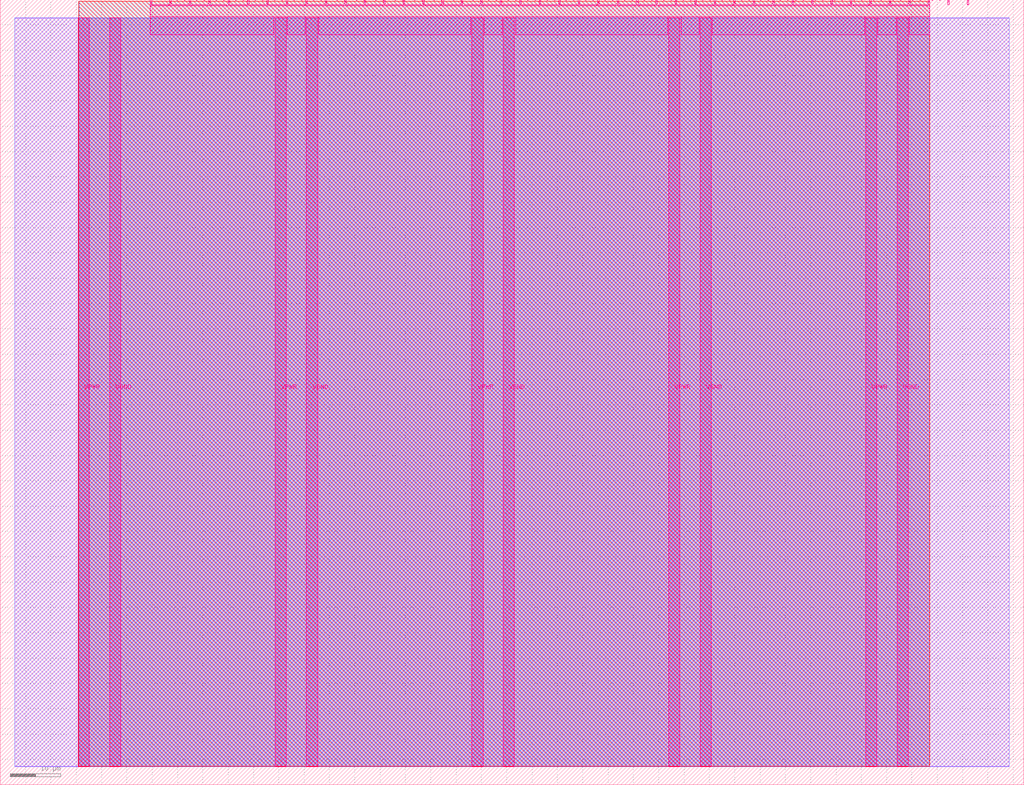
<source format=lef>
VERSION 5.7 ;
  NOWIREEXTENSIONATPIN ON ;
  DIVIDERCHAR "/" ;
  BUSBITCHARS "[]" ;
MACRO tt_um_wokwi_434917990496885761
  CLASS BLOCK ;
  FOREIGN tt_um_wokwi_434917990496885761 ;
  ORIGIN 0.000 0.000 ;
  SIZE 202.080 BY 154.980 ;
  PIN VGND
    DIRECTION INOUT ;
    USE GROUND ;
    PORT
      LAYER Metal5 ;
        RECT 21.580 3.560 23.780 151.420 ;
    END
    PORT
      LAYER Metal5 ;
        RECT 60.450 3.560 62.650 151.420 ;
    END
    PORT
      LAYER Metal5 ;
        RECT 99.320 3.560 101.520 151.420 ;
    END
    PORT
      LAYER Metal5 ;
        RECT 138.190 3.560 140.390 151.420 ;
    END
    PORT
      LAYER Metal5 ;
        RECT 177.060 3.560 179.260 151.420 ;
    END
  END VGND
  PIN VPWR
    DIRECTION INOUT ;
    USE POWER ;
    PORT
      LAYER Metal5 ;
        RECT 15.380 3.560 17.580 151.420 ;
    END
    PORT
      LAYER Metal5 ;
        RECT 54.250 3.560 56.450 151.420 ;
    END
    PORT
      LAYER Metal5 ;
        RECT 93.120 3.560 95.320 151.420 ;
    END
    PORT
      LAYER Metal5 ;
        RECT 131.990 3.560 134.190 151.420 ;
    END
    PORT
      LAYER Metal5 ;
        RECT 170.860 3.560 173.060 151.420 ;
    END
  END VPWR
  PIN clk
    DIRECTION INPUT ;
    USE SIGNAL ;
    PORT
      LAYER Metal5 ;
        RECT 187.050 153.980 187.350 154.980 ;
    END
  END clk
  PIN ena
    DIRECTION INPUT ;
    USE SIGNAL ;
    PORT
      LAYER Metal5 ;
        RECT 190.890 153.980 191.190 154.980 ;
    END
  END ena
  PIN rst_n
    DIRECTION INPUT ;
    USE SIGNAL ;
    ANTENNAGATEAREA 0.361400 ;
    PORT
      LAYER Metal5 ;
        RECT 183.210 153.980 183.510 154.980 ;
    END
  END rst_n
  PIN ui_in[0]
    DIRECTION INPUT ;
    USE SIGNAL ;
    PORT
      LAYER Metal5 ;
        RECT 179.370 153.980 179.670 154.980 ;
    END
  END ui_in[0]
  PIN ui_in[1]
    DIRECTION INPUT ;
    USE SIGNAL ;
    PORT
      LAYER Metal5 ;
        RECT 175.530 153.980 175.830 154.980 ;
    END
  END ui_in[1]
  PIN ui_in[2]
    DIRECTION INPUT ;
    USE SIGNAL ;
    PORT
      LAYER Metal5 ;
        RECT 171.690 153.980 171.990 154.980 ;
    END
  END ui_in[2]
  PIN ui_in[3]
    DIRECTION INPUT ;
    USE SIGNAL ;
    PORT
      LAYER Metal5 ;
        RECT 167.850 153.980 168.150 154.980 ;
    END
  END ui_in[3]
  PIN ui_in[4]
    DIRECTION INPUT ;
    USE SIGNAL ;
    ANTENNAGATEAREA 0.180700 ;
    PORT
      LAYER Metal5 ;
        RECT 164.010 153.980 164.310 154.980 ;
    END
  END ui_in[4]
  PIN ui_in[5]
    DIRECTION INPUT ;
    USE SIGNAL ;
    ANTENNAGATEAREA 0.180700 ;
    PORT
      LAYER Metal5 ;
        RECT 160.170 153.980 160.470 154.980 ;
    END
  END ui_in[5]
  PIN ui_in[6]
    DIRECTION INPUT ;
    USE SIGNAL ;
    ANTENNAGATEAREA 0.180700 ;
    PORT
      LAYER Metal5 ;
        RECT 156.330 153.980 156.630 154.980 ;
    END
  END ui_in[6]
  PIN ui_in[7]
    DIRECTION INPUT ;
    USE SIGNAL ;
    PORT
      LAYER Metal5 ;
        RECT 152.490 153.980 152.790 154.980 ;
    END
  END ui_in[7]
  PIN uio_in[0]
    DIRECTION INPUT ;
    USE SIGNAL ;
    PORT
      LAYER Metal5 ;
        RECT 148.650 153.980 148.950 154.980 ;
    END
  END uio_in[0]
  PIN uio_in[1]
    DIRECTION INPUT ;
    USE SIGNAL ;
    PORT
      LAYER Metal5 ;
        RECT 144.810 153.980 145.110 154.980 ;
    END
  END uio_in[1]
  PIN uio_in[2]
    DIRECTION INPUT ;
    USE SIGNAL ;
    PORT
      LAYER Metal5 ;
        RECT 140.970 153.980 141.270 154.980 ;
    END
  END uio_in[2]
  PIN uio_in[3]
    DIRECTION INPUT ;
    USE SIGNAL ;
    PORT
      LAYER Metal5 ;
        RECT 137.130 153.980 137.430 154.980 ;
    END
  END uio_in[3]
  PIN uio_in[4]
    DIRECTION INPUT ;
    USE SIGNAL ;
    PORT
      LAYER Metal5 ;
        RECT 133.290 153.980 133.590 154.980 ;
    END
  END uio_in[4]
  PIN uio_in[5]
    DIRECTION INPUT ;
    USE SIGNAL ;
    PORT
      LAYER Metal5 ;
        RECT 129.450 153.980 129.750 154.980 ;
    END
  END uio_in[5]
  PIN uio_in[6]
    DIRECTION INPUT ;
    USE SIGNAL ;
    PORT
      LAYER Metal5 ;
        RECT 125.610 153.980 125.910 154.980 ;
    END
  END uio_in[6]
  PIN uio_in[7]
    DIRECTION INPUT ;
    USE SIGNAL ;
    PORT
      LAYER Metal5 ;
        RECT 121.770 153.980 122.070 154.980 ;
    END
  END uio_in[7]
  PIN uio_oe[0]
    DIRECTION OUTPUT ;
    USE SIGNAL ;
    ANTENNADIFFAREA 0.299200 ;
    PORT
      LAYER Metal5 ;
        RECT 56.490 153.980 56.790 154.980 ;
    END
  END uio_oe[0]
  PIN uio_oe[1]
    DIRECTION OUTPUT ;
    USE SIGNAL ;
    ANTENNADIFFAREA 0.299200 ;
    PORT
      LAYER Metal5 ;
        RECT 52.650 153.980 52.950 154.980 ;
    END
  END uio_oe[1]
  PIN uio_oe[2]
    DIRECTION OUTPUT ;
    USE SIGNAL ;
    ANTENNADIFFAREA 0.299200 ;
    PORT
      LAYER Metal5 ;
        RECT 48.810 153.980 49.110 154.980 ;
    END
  END uio_oe[2]
  PIN uio_oe[3]
    DIRECTION OUTPUT ;
    USE SIGNAL ;
    ANTENNADIFFAREA 0.299200 ;
    PORT
      LAYER Metal5 ;
        RECT 44.970 153.980 45.270 154.980 ;
    END
  END uio_oe[3]
  PIN uio_oe[4]
    DIRECTION OUTPUT ;
    USE SIGNAL ;
    ANTENNADIFFAREA 0.299200 ;
    PORT
      LAYER Metal5 ;
        RECT 41.130 153.980 41.430 154.980 ;
    END
  END uio_oe[4]
  PIN uio_oe[5]
    DIRECTION OUTPUT ;
    USE SIGNAL ;
    ANTENNADIFFAREA 0.299200 ;
    PORT
      LAYER Metal5 ;
        RECT 37.290 153.980 37.590 154.980 ;
    END
  END uio_oe[5]
  PIN uio_oe[6]
    DIRECTION OUTPUT ;
    USE SIGNAL ;
    ANTENNADIFFAREA 0.299200 ;
    PORT
      LAYER Metal5 ;
        RECT 33.450 153.980 33.750 154.980 ;
    END
  END uio_oe[6]
  PIN uio_oe[7]
    DIRECTION OUTPUT ;
    USE SIGNAL ;
    ANTENNADIFFAREA 0.299200 ;
    PORT
      LAYER Metal5 ;
        RECT 29.610 153.980 29.910 154.980 ;
    END
  END uio_oe[7]
  PIN uio_out[0]
    DIRECTION OUTPUT ;
    USE SIGNAL ;
    ANTENNADIFFAREA 0.299200 ;
    PORT
      LAYER Metal5 ;
        RECT 87.210 153.980 87.510 154.980 ;
    END
  END uio_out[0]
  PIN uio_out[1]
    DIRECTION OUTPUT ;
    USE SIGNAL ;
    ANTENNADIFFAREA 0.299200 ;
    PORT
      LAYER Metal5 ;
        RECT 83.370 153.980 83.670 154.980 ;
    END
  END uio_out[1]
  PIN uio_out[2]
    DIRECTION OUTPUT ;
    USE SIGNAL ;
    ANTENNADIFFAREA 0.299200 ;
    PORT
      LAYER Metal5 ;
        RECT 79.530 153.980 79.830 154.980 ;
    END
  END uio_out[2]
  PIN uio_out[3]
    DIRECTION OUTPUT ;
    USE SIGNAL ;
    ANTENNADIFFAREA 0.299200 ;
    PORT
      LAYER Metal5 ;
        RECT 75.690 153.980 75.990 154.980 ;
    END
  END uio_out[3]
  PIN uio_out[4]
    DIRECTION OUTPUT ;
    USE SIGNAL ;
    ANTENNADIFFAREA 0.299200 ;
    PORT
      LAYER Metal5 ;
        RECT 71.850 153.980 72.150 154.980 ;
    END
  END uio_out[4]
  PIN uio_out[5]
    DIRECTION OUTPUT ;
    USE SIGNAL ;
    ANTENNADIFFAREA 0.299200 ;
    PORT
      LAYER Metal5 ;
        RECT 68.010 153.980 68.310 154.980 ;
    END
  END uio_out[5]
  PIN uio_out[6]
    DIRECTION OUTPUT ;
    USE SIGNAL ;
    ANTENNADIFFAREA 0.299200 ;
    PORT
      LAYER Metal5 ;
        RECT 64.170 153.980 64.470 154.980 ;
    END
  END uio_out[6]
  PIN uio_out[7]
    DIRECTION OUTPUT ;
    USE SIGNAL ;
    ANTENNADIFFAREA 0.299200 ;
    PORT
      LAYER Metal5 ;
        RECT 60.330 153.980 60.630 154.980 ;
    END
  END uio_out[7]
  PIN uo_out[0]
    DIRECTION OUTPUT ;
    USE SIGNAL ;
    ANTENNADIFFAREA 0.299200 ;
    PORT
      LAYER Metal5 ;
        RECT 117.930 153.980 118.230 154.980 ;
    END
  END uo_out[0]
  PIN uo_out[1]
    DIRECTION OUTPUT ;
    USE SIGNAL ;
    ANTENNADIFFAREA 0.654800 ;
    PORT
      LAYER Metal5 ;
        RECT 114.090 153.980 114.390 154.980 ;
    END
  END uo_out[1]
  PIN uo_out[2]
    DIRECTION OUTPUT ;
    USE SIGNAL ;
    ANTENNADIFFAREA 0.654800 ;
    PORT
      LAYER Metal5 ;
        RECT 110.250 153.980 110.550 154.980 ;
    END
  END uo_out[2]
  PIN uo_out[3]
    DIRECTION OUTPUT ;
    USE SIGNAL ;
    ANTENNADIFFAREA 0.299200 ;
    PORT
      LAYER Metal5 ;
        RECT 106.410 153.980 106.710 154.980 ;
    END
  END uo_out[3]
  PIN uo_out[4]
    DIRECTION OUTPUT ;
    USE SIGNAL ;
    ANTENNADIFFAREA 0.654800 ;
    PORT
      LAYER Metal5 ;
        RECT 102.570 153.980 102.870 154.980 ;
    END
  END uo_out[4]
  PIN uo_out[5]
    DIRECTION OUTPUT ;
    USE SIGNAL ;
    ANTENNADIFFAREA 0.654800 ;
    PORT
      LAYER Metal5 ;
        RECT 98.730 153.980 99.030 154.980 ;
    END
  END uo_out[5]
  PIN uo_out[6]
    DIRECTION OUTPUT ;
    USE SIGNAL ;
    ANTENNADIFFAREA 0.654800 ;
    PORT
      LAYER Metal5 ;
        RECT 94.890 153.980 95.190 154.980 ;
    END
  END uo_out[6]
  PIN uo_out[7]
    DIRECTION OUTPUT ;
    USE SIGNAL ;
    ANTENNADIFFAREA 0.299200 ;
    PORT
      LAYER Metal5 ;
        RECT 91.050 153.980 91.350 154.980 ;
    END
  END uo_out[7]
  OBS
      LAYER GatPoly ;
        RECT 2.880 3.630 199.200 151.350 ;
      LAYER Metal1 ;
        RECT 2.880 3.560 199.200 151.420 ;
      LAYER Metal2 ;
        RECT 15.515 3.680 183.505 151.300 ;
      LAYER Metal3 ;
        RECT 15.560 3.635 183.460 154.705 ;
      LAYER Metal4 ;
        RECT 15.515 3.680 183.505 154.660 ;
      LAYER Metal5 ;
        RECT 30.120 153.770 33.240 153.980 ;
        RECT 33.960 153.770 37.080 153.980 ;
        RECT 37.800 153.770 40.920 153.980 ;
        RECT 41.640 153.770 44.760 153.980 ;
        RECT 45.480 153.770 48.600 153.980 ;
        RECT 49.320 153.770 52.440 153.980 ;
        RECT 53.160 153.770 56.280 153.980 ;
        RECT 57.000 153.770 60.120 153.980 ;
        RECT 60.840 153.770 63.960 153.980 ;
        RECT 64.680 153.770 67.800 153.980 ;
        RECT 68.520 153.770 71.640 153.980 ;
        RECT 72.360 153.770 75.480 153.980 ;
        RECT 76.200 153.770 79.320 153.980 ;
        RECT 80.040 153.770 83.160 153.980 ;
        RECT 83.880 153.770 87.000 153.980 ;
        RECT 87.720 153.770 90.840 153.980 ;
        RECT 91.560 153.770 94.680 153.980 ;
        RECT 95.400 153.770 98.520 153.980 ;
        RECT 99.240 153.770 102.360 153.980 ;
        RECT 103.080 153.770 106.200 153.980 ;
        RECT 106.920 153.770 110.040 153.980 ;
        RECT 110.760 153.770 113.880 153.980 ;
        RECT 114.600 153.770 117.720 153.980 ;
        RECT 118.440 153.770 121.560 153.980 ;
        RECT 122.280 153.770 125.400 153.980 ;
        RECT 126.120 153.770 129.240 153.980 ;
        RECT 129.960 153.770 133.080 153.980 ;
        RECT 133.800 153.770 136.920 153.980 ;
        RECT 137.640 153.770 140.760 153.980 ;
        RECT 141.480 153.770 144.600 153.980 ;
        RECT 145.320 153.770 148.440 153.980 ;
        RECT 149.160 153.770 152.280 153.980 ;
        RECT 153.000 153.770 156.120 153.980 ;
        RECT 156.840 153.770 159.960 153.980 ;
        RECT 160.680 153.770 163.800 153.980 ;
        RECT 164.520 153.770 167.640 153.980 ;
        RECT 168.360 153.770 171.480 153.980 ;
        RECT 172.200 153.770 175.320 153.980 ;
        RECT 176.040 153.770 179.160 153.980 ;
        RECT 179.880 153.770 183.000 153.980 ;
        RECT 29.660 151.630 183.460 153.770 ;
        RECT 29.660 148.115 54.040 151.630 ;
        RECT 56.660 148.115 60.240 151.630 ;
        RECT 62.860 148.115 92.910 151.630 ;
        RECT 95.530 148.115 99.110 151.630 ;
        RECT 101.730 148.115 131.780 151.630 ;
        RECT 134.400 148.115 137.980 151.630 ;
        RECT 140.600 148.115 170.650 151.630 ;
        RECT 173.270 148.115 176.850 151.630 ;
        RECT 179.470 148.115 183.460 151.630 ;
  END
END tt_um_wokwi_434917990496885761
END LIBRARY


</source>
